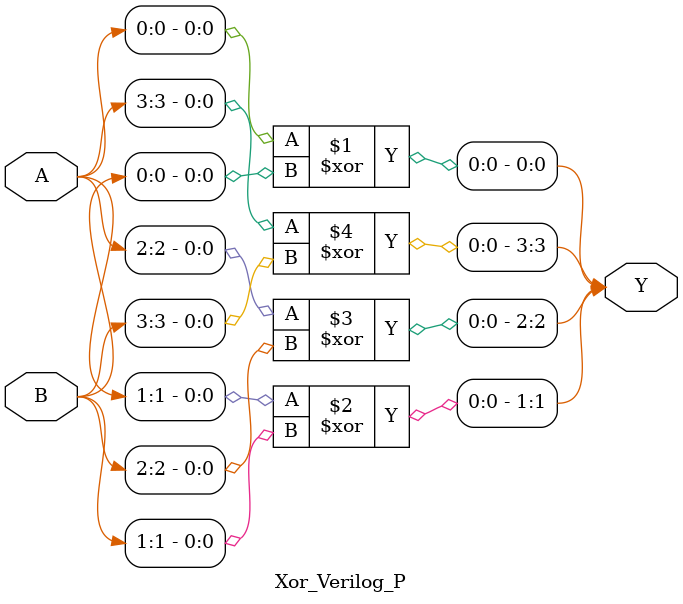
<source format=v>
`timescale 1ns / 1ps


module Xor_Verilog_P (A, B, Y);
    
     parameter N = 4;
       input [N-1:0] A;
       input [N-1:0] B;
       output [N-1:0] Y;
       
       genvar i;
       generate for(i = 0; i < N; i = i + 1) 
       begin:r_loop
           xor g1(Y[i], A[i], B[i]);
       end
       endgenerate
    
endmodule

</source>
